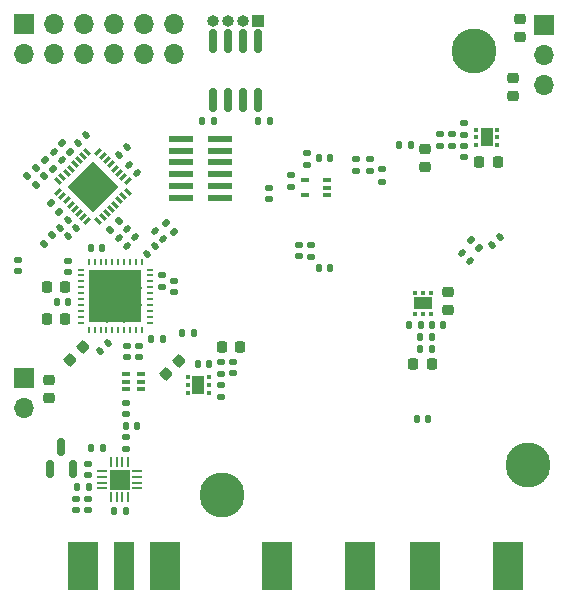
<source format=gbr>
%TF.GenerationSoftware,KiCad,Pcbnew,(6.0.4)*%
%TF.CreationDate,2023-05-19T00:46:40+09:00*%
%TF.ProjectId,RFB,5246422e-6b69-4636-9164-5f7063625858,rev?*%
%TF.SameCoordinates,Original*%
%TF.FileFunction,Soldermask,Bot*%
%TF.FilePolarity,Negative*%
%FSLAX46Y46*%
G04 Gerber Fmt 4.6, Leading zero omitted, Abs format (unit mm)*
G04 Created by KiCad (PCBNEW (6.0.4)) date 2023-05-19 00:46:40*
%MOMM*%
%LPD*%
G01*
G04 APERTURE LIST*
G04 Aperture macros list*
%AMRoundRect*
0 Rectangle with rounded corners*
0 $1 Rounding radius*
0 $2 $3 $4 $5 $6 $7 $8 $9 X,Y pos of 4 corners*
0 Add a 4 corners polygon primitive as box body*
4,1,4,$2,$3,$4,$5,$6,$7,$8,$9,$2,$3,0*
0 Add four circle primitives for the rounded corners*
1,1,$1+$1,$2,$3*
1,1,$1+$1,$4,$5*
1,1,$1+$1,$6,$7*
1,1,$1+$1,$8,$9*
0 Add four rect primitives between the rounded corners*
20,1,$1+$1,$2,$3,$4,$5,0*
20,1,$1+$1,$4,$5,$6,$7,0*
20,1,$1+$1,$6,$7,$8,$9,0*
20,1,$1+$1,$8,$9,$2,$3,0*%
%AMRotRect*
0 Rectangle, with rotation*
0 The origin of the aperture is its center*
0 $1 length*
0 $2 width*
0 $3 Rotation angle, in degrees counterclockwise*
0 Add horizontal line*
21,1,$1,$2,0,0,$3*%
G04 Aperture macros list end*
%ADD10R,2.000000X0.500000*%
%ADD11R,2.665000X4.190000*%
%ADD12C,2.600000*%
%ADD13C,3.800000*%
%ADD14RoundRect,0.135000X0.035355X-0.226274X0.226274X-0.035355X-0.035355X0.226274X-0.226274X0.035355X0*%
%ADD15R,1.700000X1.700000*%
%ADD16O,1.700000X1.700000*%
%ADD17RoundRect,0.140000X-0.170000X0.140000X-0.170000X-0.140000X0.170000X-0.140000X0.170000X0.140000X0*%
%ADD18R,1.000000X1.000000*%
%ADD19O,1.000000X1.000000*%
%ADD20RoundRect,0.225000X0.225000X0.250000X-0.225000X0.250000X-0.225000X-0.250000X0.225000X-0.250000X0*%
%ADD21RoundRect,0.135000X0.226274X0.035355X0.035355X0.226274X-0.226274X-0.035355X-0.035355X-0.226274X0*%
%ADD22RoundRect,0.225000X-0.017678X0.335876X-0.335876X0.017678X0.017678X-0.335876X0.335876X-0.017678X0*%
%ADD23RoundRect,0.093750X-0.093750X-0.106250X0.093750X-0.106250X0.093750X0.106250X-0.093750X0.106250X0*%
%ADD24R,1.000000X1.600000*%
%ADD25RoundRect,0.140000X0.140000X0.170000X-0.140000X0.170000X-0.140000X-0.170000X0.140000X-0.170000X0*%
%ADD26RotRect,0.250000X0.600000X45.000000*%
%ADD27RotRect,0.250000X0.600000X135.000000*%
%ADD28RotRect,3.100000X3.100000X135.000000*%
%ADD29RoundRect,0.135000X-0.135000X-0.185000X0.135000X-0.185000X0.135000X0.185000X-0.135000X0.185000X0*%
%ADD30RoundRect,0.225000X-0.250000X0.225000X-0.250000X-0.225000X0.250000X-0.225000X0.250000X0.225000X0*%
%ADD31RoundRect,0.135000X0.135000X0.185000X-0.135000X0.185000X-0.135000X-0.185000X0.135000X-0.185000X0*%
%ADD32RoundRect,0.140000X-0.140000X-0.170000X0.140000X-0.170000X0.140000X0.170000X-0.140000X0.170000X0*%
%ADD33RoundRect,0.135000X0.185000X-0.135000X0.185000X0.135000X-0.185000X0.135000X-0.185000X-0.135000X0*%
%ADD34RoundRect,0.147500X-0.147500X-0.172500X0.147500X-0.172500X0.147500X0.172500X-0.147500X0.172500X0*%
%ADD35RoundRect,0.135000X-0.185000X0.135000X-0.185000X-0.135000X0.185000X-0.135000X0.185000X0.135000X0*%
%ADD36R,1.780000X4.190000*%
%ADD37RoundRect,0.093750X0.106250X-0.093750X0.106250X0.093750X-0.106250X0.093750X-0.106250X-0.093750X0*%
%ADD38R,1.600000X1.000000*%
%ADD39RoundRect,0.140000X0.170000X-0.140000X0.170000X0.140000X-0.170000X0.140000X-0.170000X-0.140000X0*%
%ADD40RoundRect,0.140000X-0.219203X-0.021213X-0.021213X-0.219203X0.219203X0.021213X0.021213X0.219203X0*%
%ADD41RoundRect,0.140000X-0.021213X0.219203X-0.219203X0.021213X0.021213X-0.219203X0.219203X-0.021213X0*%
%ADD42RoundRect,0.150000X0.150000X-0.587500X0.150000X0.587500X-0.150000X0.587500X-0.150000X-0.587500X0*%
%ADD43RoundRect,0.093750X0.093750X0.106250X-0.093750X0.106250X-0.093750X-0.106250X0.093750X-0.106250X0*%
%ADD44R,0.249999X0.599999*%
%ADD45R,0.599999X0.249999*%
%ADD46C,0.500000*%
%ADD47R,4.500001X4.500001*%
%ADD48RoundRect,0.225000X0.017678X-0.335876X0.335876X-0.017678X-0.017678X0.335876X-0.335876X0.017678X0*%
%ADD49RoundRect,0.147500X-0.172500X0.147500X-0.172500X-0.147500X0.172500X-0.147500X0.172500X0.147500X0*%
%ADD50RoundRect,0.135000X-0.226274X-0.035355X-0.035355X-0.226274X0.226274X0.035355X0.035355X0.226274X0*%
%ADD51RoundRect,0.140000X0.021213X-0.219203X0.219203X-0.021213X-0.021213X0.219203X-0.219203X0.021213X0*%
%ADD52R,0.650000X0.400000*%
%ADD53RoundRect,0.135000X-0.035355X0.226274X-0.226274X0.035355X0.035355X-0.226274X0.226274X-0.035355X0*%
%ADD54RoundRect,0.150000X0.150000X-0.825000X0.150000X0.825000X-0.150000X0.825000X-0.150000X-0.825000X0*%
%ADD55RoundRect,0.225000X-0.225000X-0.250000X0.225000X-0.250000X0.225000X0.250000X-0.225000X0.250000X0*%
%ADD56R,0.700000X0.350000*%
%ADD57RoundRect,0.062500X-0.062500X0.325000X-0.062500X-0.325000X0.062500X-0.325000X0.062500X0.325000X0*%
%ADD58RoundRect,0.062500X-0.325000X0.062500X-0.325000X-0.062500X0.325000X-0.062500X0.325000X0.062500X0*%
%ADD59R,1.750000X1.750000*%
%ADD60RoundRect,0.140000X0.219203X0.021213X0.021213X0.219203X-0.219203X-0.021213X-0.021213X-0.219203X0*%
G04 APERTURE END LIST*
D10*
%TO.C,J10*%
X48261000Y-72883400D03*
X51561000Y-72883400D03*
X48261000Y-71883400D03*
X51561000Y-71883400D03*
X48261000Y-70883400D03*
X51561000Y-70883400D03*
X48261000Y-69883400D03*
X51561000Y-69883400D03*
X48261000Y-68883400D03*
X51561000Y-68883400D03*
X48261000Y-67883400D03*
X51561000Y-67883400D03*
%TD*%
D11*
%TO.C,J1*%
X68961000Y-104038400D03*
X75946000Y-104038400D03*
%TD*%
D12*
%TO.C,H1*%
X77673200Y-95478600D03*
D13*
X77673200Y-95478600D03*
%TD*%
D11*
%TO.C,J2*%
X63423800Y-104038400D03*
X56438800Y-104038400D03*
%TD*%
D14*
%TO.C,R4*%
X35250176Y-71048824D03*
X35971424Y-70327576D03*
%TD*%
D15*
%TO.C,J9*%
X34950400Y-88138000D03*
D16*
X34950400Y-90678000D03*
%TD*%
D12*
%TO.C,H2*%
X73126600Y-60452000D03*
D13*
X73126600Y-60452000D03*
%TD*%
D17*
%TO.C,C87*%
X34442400Y-78107600D03*
X34442400Y-79067600D03*
%TD*%
D15*
%TO.C,J7*%
X34950400Y-58166000D03*
D16*
X34950400Y-60706000D03*
X37490400Y-58166000D03*
X37490400Y-60706000D03*
X40030400Y-58166000D03*
X40030400Y-60706000D03*
X42570400Y-58166000D03*
X42570400Y-60706000D03*
X45110400Y-58166000D03*
X45110400Y-60706000D03*
X47650400Y-58166000D03*
X47650400Y-60706000D03*
%TD*%
D15*
%TO.C,J6*%
X78994000Y-58216800D03*
D16*
X78994000Y-60756800D03*
X78994000Y-63296800D03*
%TD*%
D14*
%TO.C,R7*%
X36708024Y-71064176D03*
X35986776Y-71785424D03*
%TD*%
D13*
%TO.C,H3*%
X51765200Y-98018600D03*
D12*
X51765200Y-98018600D03*
%TD*%
D18*
%TO.C,J5*%
X54813200Y-57886600D03*
D19*
X53543200Y-57886600D03*
X52273200Y-57886600D03*
X51003200Y-57886600D03*
%TD*%
D20*
%TO.C,C141*%
X69507100Y-86969600D03*
X67957100Y-86969600D03*
%TD*%
D21*
%TO.C,R12*%
X73538024Y-77144824D03*
X72816776Y-76423576D03*
%TD*%
D22*
%TO.C,C102*%
X48096808Y-86675592D03*
X47000792Y-87771608D03*
%TD*%
D23*
%TO.C,IC10*%
X73265200Y-68396200D03*
X73265200Y-67746200D03*
X73265200Y-67096200D03*
X75040200Y-67096200D03*
X75040200Y-67746200D03*
X75040200Y-68396200D03*
D24*
X74152700Y-67746200D03*
%TD*%
D25*
%TO.C,C69*%
X69227700Y-91617800D03*
X68267700Y-91617800D03*
%TD*%
D26*
%TO.C,U2*%
X43756109Y-72392419D03*
X43402556Y-72745973D03*
X43049002Y-73099526D03*
X42695449Y-73453080D03*
X42341896Y-73806633D03*
X41988342Y-74160186D03*
X41634789Y-74513740D03*
X41281235Y-74867293D03*
D27*
X40361997Y-74867293D03*
X40008443Y-74513740D03*
X39654890Y-74160186D03*
X39301336Y-73806633D03*
X38947783Y-73453080D03*
X38594230Y-73099526D03*
X38240676Y-72745973D03*
X37887123Y-72392419D03*
D26*
X37887123Y-71473181D03*
X38240676Y-71119627D03*
X38594230Y-70766074D03*
X38947783Y-70412520D03*
X39301336Y-70058967D03*
X39654890Y-69705414D03*
X40008443Y-69351860D03*
X40361997Y-68998307D03*
D27*
X41281235Y-68998307D03*
X41634789Y-69351860D03*
X41988342Y-69705414D03*
X42341896Y-70058967D03*
X42695449Y-70412520D03*
X43049002Y-70766074D03*
X43402556Y-71119627D03*
X43756109Y-71473181D03*
D28*
X40821616Y-71932800D03*
%TD*%
D29*
%TO.C,R75*%
X67598100Y-83667600D03*
X68618100Y-83667600D03*
%TD*%
D30*
%TO.C,C122*%
X70853300Y-80860600D03*
X70853300Y-82410600D03*
%TD*%
D31*
%TO.C,R50*%
X49405000Y-84328000D03*
X48385000Y-84328000D03*
%TD*%
%TO.C,R47*%
X41681400Y-94081600D03*
X40661400Y-94081600D03*
%TD*%
D32*
%TO.C,C56*%
X59941300Y-78857800D03*
X60901300Y-78857800D03*
%TD*%
%TO.C,C30*%
X37775000Y-81711800D03*
X38735000Y-81711800D03*
%TD*%
D25*
%TO.C,C7*%
X70497700Y-83667600D03*
X69537700Y-83667600D03*
%TD*%
D33*
%TO.C,R68*%
X51638200Y-87782400D03*
X51638200Y-86762400D03*
%TD*%
D20*
%TO.C,C121*%
X75095400Y-69824600D03*
X73545400Y-69824600D03*
%TD*%
D34*
%TO.C,L13*%
X42618800Y-99390200D03*
X43588800Y-99390200D03*
%TD*%
D35*
%TO.C,R52*%
X58953400Y-69084001D03*
X58953400Y-70104001D03*
%TD*%
D25*
%TO.C,C13*%
X46733400Y-84861400D03*
X45773400Y-84861400D03*
%TD*%
D33*
%TO.C,R23*%
X59245500Y-77873200D03*
X59245500Y-76853200D03*
%TD*%
D36*
%TO.C,J3*%
X43434000Y-104038400D03*
D11*
X39941500Y-104038400D03*
X46926500Y-104038400D03*
%TD*%
D37*
%TO.C,IC2*%
X69426900Y-82675500D03*
X68776900Y-82675500D03*
X68126900Y-82675500D03*
X68126900Y-80900500D03*
X68776900Y-80900500D03*
X69426900Y-80900500D03*
D38*
X68776900Y-81788000D03*
%TD*%
D39*
%TO.C,C39*%
X63129100Y-70582000D03*
X63129100Y-69622000D03*
%TD*%
D40*
%TO.C,C27*%
X43688000Y-75539600D03*
X44366822Y-76218422D03*
%TD*%
D17*
%TO.C,C48*%
X58229500Y-76883200D03*
X58229500Y-77843200D03*
%TD*%
D34*
%TO.C,L11*%
X43586400Y-92176600D03*
X44556400Y-92176600D03*
%TD*%
D41*
%TO.C,C8*%
X40252022Y-67570978D03*
X39573200Y-68249800D03*
%TD*%
D17*
%TO.C,C17*%
X47650400Y-79888200D03*
X47650400Y-80848200D03*
%TD*%
D40*
%TO.C,C26*%
X42992989Y-76241589D03*
X43671811Y-76920411D03*
%TD*%
D39*
%TO.C,C42*%
X64322900Y-70582000D03*
X64322900Y-69622000D03*
%TD*%
D25*
%TO.C,C132*%
X69507100Y-85699600D03*
X68547100Y-85699600D03*
%TD*%
D17*
%TO.C,C97*%
X43586400Y-93167200D03*
X43586400Y-94127200D03*
%TD*%
D39*
%TO.C,C34*%
X72273100Y-69436400D03*
X72273100Y-68476400D03*
%TD*%
D40*
%TO.C,C3*%
X37497378Y-68993378D03*
X38176200Y-69672200D03*
%TD*%
D42*
%TO.C,Q2*%
X39100800Y-95831900D03*
X37200800Y-95831900D03*
X38150800Y-93956900D03*
%TD*%
D33*
%TO.C,R63*%
X65338900Y-71499001D03*
X65338900Y-70479001D03*
%TD*%
D17*
%TO.C,C32*%
X46659800Y-79456400D03*
X46659800Y-80416400D03*
%TD*%
D43*
%TO.C,IC8*%
X50646100Y-88072200D03*
X50646100Y-88722200D03*
X50646100Y-89372200D03*
X48871100Y-89372200D03*
X48871100Y-88722200D03*
X48871100Y-88072200D03*
D24*
X49758600Y-88722200D03*
%TD*%
D32*
%TO.C,C11*%
X49685000Y-86918800D03*
X50645000Y-86918800D03*
%TD*%
D17*
%TO.C,C116*%
X52654200Y-86771599D03*
X52654200Y-87731599D03*
%TD*%
D44*
%TO.C,U4*%
X40472797Y-78303801D03*
X40972796Y-78303801D03*
X41472797Y-78303801D03*
X41972796Y-78303801D03*
X42472798Y-78303801D03*
X42972797Y-78303801D03*
X43472796Y-78303801D03*
X43972797Y-78303801D03*
X44472796Y-78303801D03*
X44972798Y-78303801D03*
D45*
X45622797Y-78953799D03*
X45622797Y-79453798D03*
X45622797Y-79953800D03*
X45622797Y-80453799D03*
X45622797Y-80953800D03*
X45622797Y-81453800D03*
X45622797Y-81953798D03*
X45622797Y-82453800D03*
X45622797Y-82953799D03*
X45622797Y-83453801D03*
D44*
X44972798Y-84103799D03*
X44472796Y-84103799D03*
X43972797Y-84103799D03*
X43472796Y-84103799D03*
X42972797Y-84103799D03*
X42472798Y-84103799D03*
X41972796Y-84103799D03*
X41472797Y-84103799D03*
X40972796Y-84103799D03*
X40472797Y-84103799D03*
D45*
X39822798Y-83453801D03*
X39822798Y-82953799D03*
X39822798Y-82453800D03*
X39822798Y-81953798D03*
X39822798Y-81453800D03*
X39822798Y-80953800D03*
X39822798Y-80453799D03*
X39822798Y-79953800D03*
X39822798Y-79453798D03*
X39822798Y-78953799D03*
D46*
X43422800Y-83203800D03*
X43452800Y-79203800D03*
X40722800Y-80473800D03*
X41992800Y-83203800D03*
X43452800Y-80473800D03*
X41992800Y-80473800D03*
X44722800Y-81933800D03*
X43452800Y-81933800D03*
D47*
X42722797Y-81203800D03*
D46*
X41992800Y-81933800D03*
X44722800Y-80473800D03*
X41992800Y-79203800D03*
X40722800Y-81933800D03*
%TD*%
D32*
%TO.C,C24*%
X40670600Y-77165200D03*
X41630600Y-77165200D03*
%TD*%
D31*
%TO.C,R48*%
X40466200Y-97381000D03*
X39446200Y-97381000D03*
%TD*%
D40*
%TO.C,C76*%
X72063289Y-77536989D03*
X72742111Y-78215811D03*
%TD*%
D48*
%TO.C,C20*%
X38883584Y-86617816D03*
X39979600Y-85521800D03*
%TD*%
D30*
%TO.C,C33*%
X76962000Y-57746600D03*
X76962000Y-59296600D03*
%TD*%
D25*
%TO.C,C43*%
X67726500Y-68400200D03*
X66766500Y-68400200D03*
%TD*%
D32*
%TO.C,C38*%
X59946600Y-69519800D03*
X60906600Y-69519800D03*
%TD*%
D17*
%TO.C,C95*%
X55727600Y-72037000D03*
X55727600Y-72997000D03*
%TD*%
D40*
%TO.C,C103*%
X46117189Y-75657389D03*
X46796011Y-76336211D03*
%TD*%
D35*
%TO.C,R73*%
X72273100Y-66518600D03*
X72273100Y-67538600D03*
%TD*%
D17*
%TO.C,C96*%
X43586400Y-90226000D03*
X43586400Y-91186000D03*
%TD*%
D49*
%TO.C,L12*%
X40411400Y-95402400D03*
X40411400Y-96372400D03*
%TD*%
D39*
%TO.C,C131*%
X70241100Y-68473800D03*
X70241100Y-67513800D03*
%TD*%
D41*
%TO.C,C4*%
X43706422Y-68561578D03*
X43027600Y-69240400D03*
%TD*%
D50*
%TO.C,R49*%
X46979952Y-75046952D03*
X47701200Y-75768200D03*
%TD*%
D51*
%TO.C,C84*%
X74641389Y-76844211D03*
X75320211Y-76165389D03*
%TD*%
D52*
%TO.C,U13*%
X60655200Y-71359000D03*
X60655200Y-72009000D03*
X60655200Y-72659000D03*
X58755200Y-72659000D03*
X58755200Y-71359000D03*
%TD*%
D53*
%TO.C,R5*%
X43007224Y-74848776D03*
X42285976Y-75570024D03*
%TD*%
D39*
%TO.C,C28*%
X43723400Y-86375200D03*
X43723400Y-85415200D03*
%TD*%
%TO.C,C29*%
X44739400Y-86370000D03*
X44739400Y-85410000D03*
%TD*%
D30*
%TO.C,C106*%
X76403200Y-62750400D03*
X76403200Y-64300400D03*
%TD*%
D17*
%TO.C,C99*%
X40436800Y-98374200D03*
X40436800Y-99334200D03*
%TD*%
D29*
%TO.C,R74*%
X68512500Y-84683600D03*
X69532500Y-84683600D03*
%TD*%
D54*
%TO.C,U6*%
X54813200Y-64563800D03*
X53543200Y-64563800D03*
X52273200Y-64563800D03*
X51003200Y-64563800D03*
X51003200Y-59613800D03*
X52273200Y-59613800D03*
X53543200Y-59613800D03*
X54813200Y-59613800D03*
%TD*%
D14*
%TO.C,R1*%
X36647176Y-76789224D03*
X37368424Y-76067976D03*
%TD*%
D50*
%TO.C,R44*%
X37251752Y-73345152D03*
X37973000Y-74066400D03*
%TD*%
D51*
%TO.C,C1*%
X38751189Y-76107611D03*
X39430011Y-75428789D03*
%TD*%
D21*
%TO.C,R2*%
X37470024Y-70413824D03*
X36748776Y-69692576D03*
%TD*%
D25*
%TO.C,C100*%
X51051400Y-66344800D03*
X50091400Y-66344800D03*
%TD*%
D55*
%TO.C,C119*%
X51752200Y-85521800D03*
X53302200Y-85521800D03*
%TD*%
D30*
%TO.C,C5*%
X37084000Y-88302800D03*
X37084000Y-89852800D03*
%TD*%
D25*
%TO.C,C91*%
X55775800Y-66344800D03*
X54815800Y-66344800D03*
%TD*%
D30*
%TO.C,C140*%
X68971100Y-68730400D03*
X68971100Y-70280400D03*
%TD*%
D35*
%TO.C,R72*%
X71257100Y-67456400D03*
X71257100Y-68476400D03*
%TD*%
D51*
%TO.C,C90*%
X38014589Y-75396411D03*
X38693411Y-74717589D03*
%TD*%
D56*
%TO.C,FL1*%
X43606400Y-89103200D03*
X43606400Y-88453200D03*
X43606400Y-87803200D03*
X44856400Y-87803200D03*
X44856400Y-88453200D03*
X44856400Y-89103200D03*
%TD*%
D57*
%TO.C,IC5*%
X42326200Y-95274100D03*
X42826200Y-95274100D03*
X43326200Y-95274100D03*
X43826200Y-95274100D03*
D58*
X44538700Y-95986600D03*
X44538700Y-96486600D03*
X44538700Y-96986600D03*
X44538700Y-97486600D03*
D57*
X43826200Y-98199100D03*
X43326200Y-98199100D03*
X42826200Y-98199100D03*
X42326200Y-98199100D03*
D58*
X41613700Y-97486600D03*
X41613700Y-96986600D03*
X41613700Y-96486600D03*
X41613700Y-95986600D03*
D59*
X43076200Y-96736600D03*
%TD*%
D33*
%TO.C,R51*%
X57556400Y-71934800D03*
X57556400Y-70914800D03*
%TD*%
D55*
%TO.C,C25*%
X36905600Y-83108800D03*
X38455600Y-83108800D03*
%TD*%
D41*
%TO.C,C22*%
X46059411Y-76978189D03*
X45380589Y-77657011D03*
%TD*%
D17*
%TO.C,C23*%
X38709600Y-78237200D03*
X38709600Y-79197200D03*
%TD*%
D55*
%TO.C,C19*%
X36905600Y-80441800D03*
X38455600Y-80441800D03*
%TD*%
D17*
%TO.C,C98*%
X39395400Y-98374200D03*
X39395400Y-99334200D03*
%TD*%
D50*
%TO.C,R3*%
X38191552Y-68244776D03*
X38912800Y-68966024D03*
%TD*%
D60*
%TO.C,C9*%
X44595422Y-70757422D03*
X43916600Y-70078600D03*
%TD*%
D51*
%TO.C,C21*%
X41418189Y-85886611D03*
X42097011Y-85207789D03*
%TD*%
D33*
%TO.C,R69*%
X51638200Y-89740200D03*
X51638200Y-88720200D03*
%TD*%
M02*

</source>
